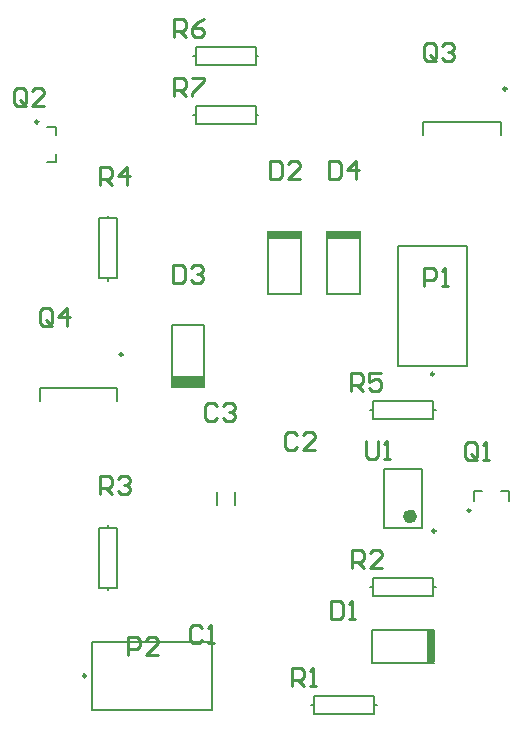
<source format=gto>
G04 Layer_Color=65535*
%FSLAX25Y25*%
%MOIN*%
G70*
G01*
G75*
%ADD18C,0.01000*%
%ADD29C,0.00984*%
%ADD30C,0.02362*%
%ADD31C,0.00787*%
%ADD32R,0.10698X0.03736*%
%ADD33R,0.11024X0.03150*%
%ADD34R,0.03150X0.11024*%
D18*
X266856Y324181D02*
Y328179D01*
X265857Y329179D01*
X263857D01*
X262858Y328179D01*
Y324181D01*
X263857Y323181D01*
X265857D01*
X264857Y325180D02*
X266856Y323181D01*
X265857D02*
X266856Y324181D01*
X268856Y328179D02*
X269855Y329179D01*
X271855D01*
X272854Y328179D01*
Y327180D01*
X271855Y326180D01*
X270855D01*
X271855D01*
X272854Y325180D01*
Y324181D01*
X271855Y323181D01*
X269855D01*
X268856Y324181D01*
X164415Y125000D02*
Y130998D01*
X167414D01*
X168414Y129998D01*
Y127999D01*
X167414Y126999D01*
X164415D01*
X174412Y125000D02*
X170413D01*
X174412Y128999D01*
Y129998D01*
X173412Y130998D01*
X171413D01*
X170413Y129998D01*
X262783Y248187D02*
Y254185D01*
X265782D01*
X266781Y253186D01*
Y251186D01*
X265782Y250187D01*
X262783D01*
X268781Y248187D02*
X270780D01*
X269780D01*
Y254185D01*
X268781Y253186D01*
X188846Y133956D02*
X187846Y134956D01*
X185847D01*
X184847Y133956D01*
Y129957D01*
X185847Y128957D01*
X187846D01*
X188846Y129957D01*
X190845Y128957D02*
X192845D01*
X191845D01*
Y134956D01*
X190845Y133956D01*
X220686Y198531D02*
X219686Y199530D01*
X217687D01*
X216687Y198531D01*
Y194532D01*
X217687Y193532D01*
X219686D01*
X220686Y194532D01*
X226684Y193532D02*
X222686D01*
X226684Y197531D01*
Y198531D01*
X225684Y199530D01*
X223685D01*
X222686Y198531D01*
X193926Y208053D02*
X192927Y209053D01*
X190927D01*
X189928Y208053D01*
Y204055D01*
X190927Y203055D01*
X192927D01*
X193926Y204055D01*
X195926Y208053D02*
X196925Y209053D01*
X198925D01*
X199924Y208053D01*
Y207054D01*
X198925Y206054D01*
X197925D01*
X198925D01*
X199924Y205054D01*
Y204055D01*
X198925Y203055D01*
X196925D01*
X195926Y204055D01*
X231987Y142898D02*
Y136900D01*
X234986D01*
X235986Y137900D01*
Y141898D01*
X234986Y142898D01*
X231987D01*
X237985Y136900D02*
X239985D01*
X238985D01*
Y142898D01*
X237985Y141898D01*
X211658Y289871D02*
Y283872D01*
X214656D01*
X215656Y284872D01*
Y288871D01*
X214656Y289871D01*
X211658D01*
X221654Y283872D02*
X217655D01*
X221654Y287871D01*
Y288871D01*
X220655Y289871D01*
X218655D01*
X217655Y288871D01*
X179345Y255190D02*
Y249192D01*
X182344D01*
X183344Y250192D01*
Y254190D01*
X182344Y255190D01*
X179345D01*
X185343Y254190D02*
X186343Y255190D01*
X188342D01*
X189342Y254190D01*
Y253191D01*
X188342Y252191D01*
X187342D01*
X188342D01*
X189342Y251191D01*
Y250192D01*
X188342Y249192D01*
X186343D01*
X185343Y250192D01*
X231272Y289856D02*
Y283857D01*
X234272D01*
X235271Y284857D01*
Y288856D01*
X234272Y289856D01*
X231272D01*
X240269Y283857D02*
Y289856D01*
X237270Y286857D01*
X241269D01*
X280671Y190900D02*
Y194898D01*
X279672Y195898D01*
X277672D01*
X276672Y194898D01*
Y190900D01*
X277672Y189900D01*
X279672D01*
X278672Y191899D02*
X280671Y189900D01*
X279672D02*
X280671Y190900D01*
X282670Y189900D02*
X284670D01*
X283670D01*
Y195898D01*
X282670Y194898D01*
X130244Y309025D02*
Y313024D01*
X129244Y314024D01*
X127245D01*
X126245Y313024D01*
Y309025D01*
X127245Y308026D01*
X129244D01*
X128245Y310025D02*
X130244Y308026D01*
X129244D02*
X130244Y309025D01*
X136242Y308026D02*
X132243D01*
X136242Y312024D01*
Y313024D01*
X135242Y314024D01*
X133243D01*
X132243Y313024D01*
X138899Y235638D02*
Y239637D01*
X137899Y240637D01*
X135900D01*
X134900Y239637D01*
Y235638D01*
X135900Y234639D01*
X137899D01*
X136899Y236638D02*
X138899Y234639D01*
X137899D02*
X138899Y235638D01*
X143897Y234639D02*
Y240637D01*
X140898Y237638D01*
X144897D01*
X219060Y114643D02*
Y120641D01*
X222059D01*
X223059Y119641D01*
Y117642D01*
X222059Y116642D01*
X219060D01*
X221059D02*
X223059Y114643D01*
X225058D02*
X227057D01*
X226058D01*
Y120641D01*
X225058Y119641D01*
X238770Y154058D02*
Y160055D01*
X241769D01*
X242769Y159056D01*
Y157056D01*
X241769Y156057D01*
X238770D01*
X240769D02*
X242769Y154058D01*
X248767D02*
X244768D01*
X248767Y158056D01*
Y159056D01*
X247767Y160055D01*
X245768D01*
X244768Y159056D01*
X155043Y178600D02*
Y184598D01*
X158042D01*
X159041Y183598D01*
Y181599D01*
X158042Y180599D01*
X155043D01*
X157042D02*
X159041Y178600D01*
X161041Y183598D02*
X162040Y184598D01*
X164040D01*
X165039Y183598D01*
Y182599D01*
X164040Y181599D01*
X163040D01*
X164040D01*
X165039Y180599D01*
Y179600D01*
X164040Y178600D01*
X162040D01*
X161041Y179600D01*
X155070Y281758D02*
Y287756D01*
X158069D01*
X159069Y286756D01*
Y284757D01*
X158069Y283757D01*
X155070D01*
X157069D02*
X159069Y281758D01*
X164067D02*
Y287756D01*
X161068Y284757D01*
X165067D01*
X238730Y213057D02*
Y219056D01*
X241729D01*
X242729Y218056D01*
Y216056D01*
X241729Y215057D01*
X238730D01*
X240729D02*
X242729Y213057D01*
X248727Y219056D02*
X244728D01*
Y216056D01*
X246727Y217056D01*
X247727D01*
X248727Y216056D01*
Y214057D01*
X247727Y213057D01*
X245728D01*
X244728Y214057D01*
X179702Y331157D02*
Y337156D01*
X182701D01*
X183701Y336156D01*
Y334156D01*
X182701Y333157D01*
X179702D01*
X181702D02*
X183701Y331157D01*
X189699Y337156D02*
X187700Y336156D01*
X185700Y334156D01*
Y332157D01*
X186700Y331157D01*
X188699D01*
X189699Y332157D01*
Y333157D01*
X188699Y334156D01*
X185700D01*
X179715Y311543D02*
Y317541D01*
X182714D01*
X183714Y316541D01*
Y314542D01*
X182714Y313542D01*
X179715D01*
X181714D02*
X183714Y311543D01*
X185713Y317541D02*
X189712D01*
Y316541D01*
X185713Y312542D01*
Y311543D01*
X243587Y196513D02*
Y191515D01*
X244587Y190515D01*
X246586D01*
X247586Y191515D01*
Y196513D01*
X249586Y190515D02*
X251585D01*
X250585D01*
Y196513D01*
X249586Y195513D01*
D29*
X150256Y118110D02*
G03*
X150256Y118110I-492J0D01*
G01*
X266240Y218661D02*
G03*
X266240Y218661I-492J0D01*
G01*
X134351Y302756D02*
G03*
X134351Y302756I-492J0D01*
G01*
X278445Y173228D02*
G03*
X278445Y173228I-492J0D01*
G01*
X162461Y225197D02*
G03*
X162461Y225197I-492J0D01*
G01*
X290413Y313779D02*
G03*
X290413Y313779I-492J0D01*
G01*
X266732Y166417D02*
G03*
X266732Y166417I-492J0D01*
G01*
D30*
X259449Y171260D02*
G03*
X259449Y171260I-1181J0D01*
G01*
D31*
X152323Y106693D02*
Y129528D01*
X192323D01*
Y106693D02*
Y129528D01*
X152323Y106693D02*
X192323D01*
X254331Y221220D02*
X277165D01*
X254331D02*
Y261220D01*
X277165D01*
Y221220D02*
Y261220D01*
X137146Y301024D02*
X140354D01*
Y298425D02*
Y301024D01*
X137146Y289528D02*
X140354D01*
Y292126D01*
X279685Y176516D02*
Y179724D01*
X282283D01*
X291181Y176516D02*
Y179724D01*
X288583D02*
X291181D01*
X160512Y209657D02*
Y214173D01*
X134764D02*
X160512D01*
X134764Y209657D02*
Y214173D01*
X288465Y298240D02*
Y302756D01*
X262717D02*
X288465D01*
X262717Y298240D02*
Y302756D01*
X178886Y214536D02*
X189595D01*
X178886D02*
Y235008D01*
X189595D01*
Y214536D02*
Y235008D01*
X222047Y245472D02*
Y266339D01*
X211024Y245472D02*
Y266339D01*
Y245472D02*
X222047D01*
X157480Y249691D02*
Y250591D01*
Y270591D02*
Y271491D01*
X154480Y250591D02*
X157480D01*
X154480D02*
Y270591D01*
X160480D01*
Y250591D02*
Y270591D01*
X157480Y250591D02*
X160480D01*
X241732Y245472D02*
Y266338D01*
X230709Y245472D02*
Y266338D01*
Y245472D02*
X241732D01*
X157480Y146580D02*
Y147480D01*
Y167480D02*
Y168380D01*
X154480Y147480D02*
X157480D01*
X154480D02*
Y167480D01*
X160480D01*
Y147480D02*
Y167480D01*
X157480Y147480D02*
X160480D01*
X206850Y324803D02*
X207750D01*
X185950D02*
X186850D01*
X206850Y321803D02*
Y324803D01*
X186850Y321803D02*
X206850D01*
X186850D02*
Y327803D01*
X206850D01*
Y324803D02*
Y327803D01*
Y305118D02*
X207750D01*
X185950D02*
X186850D01*
X206850Y302118D02*
Y305118D01*
X186850Y302118D02*
X206850D01*
X186850D02*
Y308118D01*
X206850D01*
Y305118D02*
Y308118D01*
X245472Y122441D02*
X266339D01*
X245472Y133465D02*
X266339D01*
X245472Y122441D02*
Y133465D01*
X246220Y108268D02*
X247120D01*
X225320D02*
X226220D01*
X246220Y105268D02*
Y108268D01*
X226220Y105268D02*
X246220D01*
X226220D02*
Y111268D01*
X246220D01*
Y108268D02*
Y111268D01*
X262205Y167323D02*
Y187008D01*
X249606Y167323D02*
Y187008D01*
Y167323D02*
X262205D01*
X249606Y187008D02*
X262205D01*
X245005Y147638D02*
X245905D01*
X265905D02*
X266805D01*
X245905D02*
Y150638D01*
X265905D01*
Y144638D02*
Y150638D01*
X245905Y144638D02*
X265905D01*
X245905D02*
Y147638D01*
X245005Y206693D02*
X245905D01*
X265905D02*
X266805D01*
X245905D02*
Y209693D01*
X265905D01*
Y203693D02*
Y209693D01*
X245905Y203693D02*
X265905D01*
X245905D02*
Y206693D01*
X199803Y175000D02*
Y179331D01*
X193898Y175000D02*
Y179331D01*
D32*
X184246Y216404D02*
D03*
D33*
X216534Y265157D02*
D03*
X236217Y265157D02*
D03*
D34*
X265157Y127952D02*
D03*
M02*

</source>
